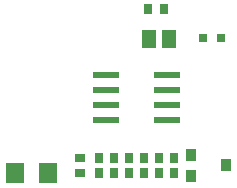
<source format=gtp>
G75*
G70*
%OFA0B0*%
%FSLAX24Y24*%
%IPPOS*%
%LPD*%
%AMOC8*
5,1,8,0,0,1.08239X$1,22.5*
%
%ADD10R,0.0866X0.0236*%
%ADD11R,0.0276X0.0354*%
%ADD12R,0.0512X0.0591*%
%ADD13R,0.0354X0.0276*%
%ADD14R,0.0630X0.0709*%
%ADD15R,0.0354X0.0433*%
%ADD16R,0.0315X0.0315*%
D10*
X012810Y006274D03*
X012810Y006774D03*
X012810Y007274D03*
X012810Y007774D03*
X014857Y007774D03*
X014857Y007274D03*
X014857Y006774D03*
X014857Y006274D03*
D11*
X015089Y005024D03*
X014577Y005024D03*
X014089Y005024D03*
X013577Y005024D03*
X013089Y005024D03*
X012577Y005024D03*
X012577Y004524D03*
X013089Y004524D03*
X013577Y004524D03*
X014089Y004524D03*
X014577Y004524D03*
X015089Y004524D03*
X014739Y009974D03*
X014227Y009974D03*
D12*
X014249Y008974D03*
X014918Y008974D03*
D13*
X011933Y005030D03*
X011933Y004518D03*
D14*
X009782Y004524D03*
X010885Y004524D03*
D15*
X015662Y004416D03*
X016804Y004774D03*
X015662Y005132D03*
D16*
X016038Y009024D03*
X016629Y009024D03*
M02*

</source>
